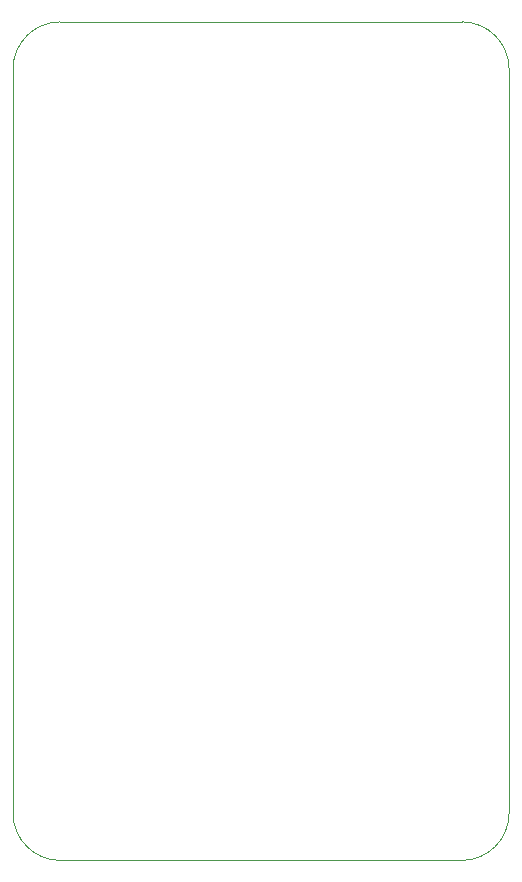
<source format=gbr>
G04 #@! TF.GenerationSoftware,KiCad,Pcbnew,(6.0.1)*
G04 #@! TF.CreationDate,2022-03-01T20:17:54-08:00*
G04 #@! TF.ProjectId,ESP32-Lora,45535033-322d-44c6-9f72-612e6b696361,rev?*
G04 #@! TF.SameCoordinates,Original*
G04 #@! TF.FileFunction,Profile,NP*
%FSLAX46Y46*%
G04 Gerber Fmt 4.6, Leading zero omitted, Abs format (unit mm)*
G04 Created by KiCad (PCBNEW (6.0.1)) date 2022-03-01 20:17:54*
%MOMM*%
%LPD*%
G01*
G04 APERTURE LIST*
G04 #@! TA.AperFunction,Profile*
%ADD10C,0.100000*%
G04 #@! TD*
G04 APERTURE END LIST*
D10*
X144000000Y-90000000D02*
X144000000Y-153000000D01*
X140000000Y-157000000D02*
X106000000Y-157000000D01*
X106000000Y-86000000D02*
G75*
G03*
X102000000Y-90000000I0J-4000000D01*
G01*
X106000000Y-86000000D02*
X140000000Y-86000000D01*
X144000000Y-90000000D02*
G75*
G03*
X140000000Y-86000000I-4000000J0D01*
G01*
X102000000Y-153000000D02*
X102000000Y-90000000D01*
X140000000Y-157000000D02*
G75*
G03*
X144000000Y-153000000I0J4000000D01*
G01*
X102000000Y-153000000D02*
G75*
G03*
X106000000Y-157000000I4000000J0D01*
G01*
M02*

</source>
